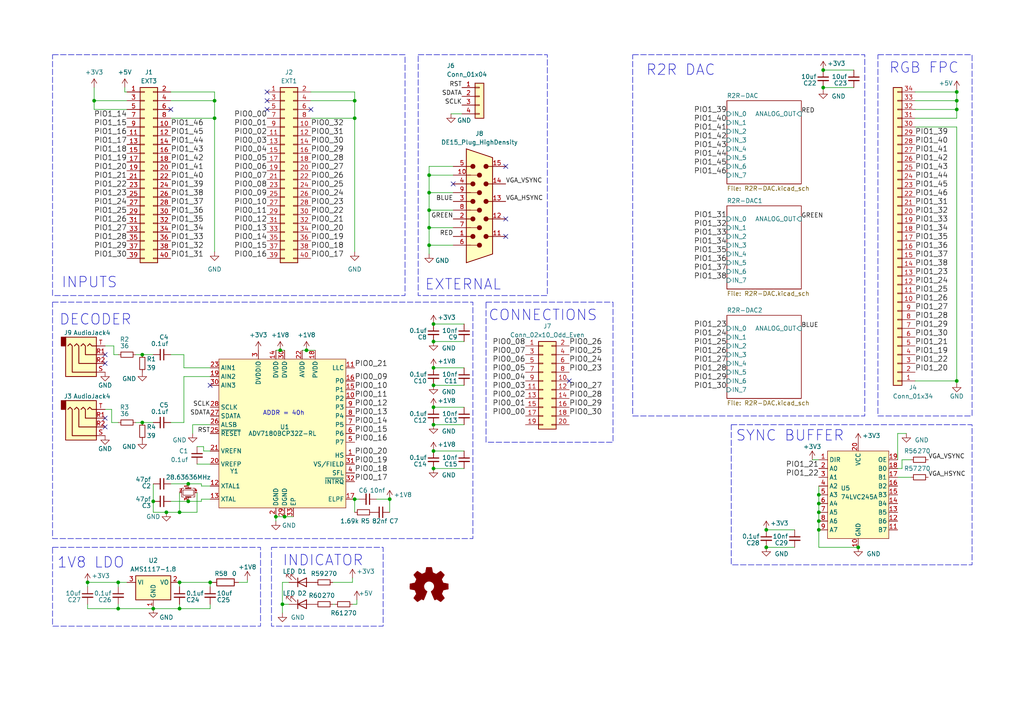
<source format=kicad_sch>
(kicad_sch (version 20230121) (generator eeschema)
  (paper "A4")
  (junction (at 25.4 168.91))
  (junction (at 44.45 176.53))
  (junction (at 54.61 145.415))
  (junction (at 27.305 29.21))
  (junction (at 277.495 31.75))
  (junction (at 125.73 111.76))
  (junction (at 277.495 26.67))
  (junction (at 34.29 176.53))
  (junction (at 124.46 50.8))
  (junction (at 125.73 135.89))
  (junction (at 102.87 29.21))
  (junction (at 237.49 151.13))
  (junction (at 125.73 123.19))
  (junction (at 125.73 93.98))
  (junction (at 124.46 55.88))
  (junction (at 125.73 130.81))
  (junction (at 238.76 25.4))
  (junction (at 44.45 145.415))
  (junction (at 237.49 148.59))
  (junction (at 102.87 144.78))
  (junction (at 124.46 66.04))
  (junction (at 80.01 149.86))
  (junction (at 88.9 101.6))
  (junction (at 277.495 29.21))
  (junction (at 125.73 118.11))
  (junction (at 124.46 71.12))
  (junction (at 238.76 20.32))
  (junction (at 124.46 60.96))
  (junction (at 102.87 34.29))
  (junction (at 62.23 29.21))
  (junction (at 125.73 106.68))
  (junction (at 222.25 153.67))
  (junction (at 52.07 176.53))
  (junction (at 34.29 168.91))
  (junction (at 81.28 101.6))
  (junction (at 113.03 144.78))
  (junction (at 237.49 146.05))
  (junction (at 237.49 143.51))
  (junction (at 41.275 122.555))
  (junction (at 62.23 34.29))
  (junction (at 277.495 110.49))
  (junction (at 54.61 140.335))
  (junction (at 237.49 153.67))
  (junction (at 48.26 148.59))
  (junction (at 60.96 168.91))
  (junction (at 81.915 175.26))
  (junction (at 222.25 158.75))
  (junction (at 41.275 102.87))
  (junction (at 52.07 148.59))
  (junction (at 52.07 168.91))
  (junction (at 248.92 158.75))
  (junction (at 82.55 149.86))
  (junction (at 125.73 99.06))
  (no_connect (at 131.445 53.34))
  (no_connect (at 77.47 31.75))
  (no_connect (at 30.48 123.825))
  (no_connect (at 146.685 48.26))
  (no_connect (at 146.685 63.5))
  (no_connect (at 60.96 111.76))
  (no_connect (at 30.48 105.41))
  (no_connect (at 165.1 110.49))
  (no_connect (at 77.47 26.67))
  (no_connect (at 30.48 121.285))
  (no_connect (at 90.17 31.75))
  (no_connect (at 49.53 31.75))
  (no_connect (at 77.47 29.21))
  (no_connect (at 30.48 102.87))
  (no_connect (at 146.685 68.58))
  (wire (pts (xy 237.49 151.13) (xy 237.49 153.67)))
  (wire (pts (xy 277.495 29.21) (xy 277.495 26.67)))
  (wire (pts (xy 81.28 101.6) (xy 82.55 101.6)))
  (wire (pts (xy 235.585 133.35) (xy 237.49 133.35)))
  (wire (pts (xy 277.495 110.49) (xy 277.495 111.125)))
  (wire (pts (xy 265.43 26.67) (xy 277.495 26.67)))
  (wire (pts (xy 34.29 175.26) (xy 34.29 176.53)))
  (wire (pts (xy 277.495 34.29) (xy 277.495 31.75)))
  (wire (pts (xy 125.73 135.89) (xy 134.62 135.89)))
  (wire (pts (xy 27.305 29.21) (xy 27.305 25.4)))
  (wire (pts (xy 237.49 146.05) (xy 237.49 148.59)))
  (wire (pts (xy 90.17 34.29) (xy 102.87 34.29)))
  (wire (pts (xy 54.61 145.415) (xy 58.42 145.415)))
  (wire (pts (xy 260.35 138.43) (xy 264.16 138.43)))
  (wire (pts (xy 44.45 148.59) (xy 44.45 145.415)))
  (wire (pts (xy 124.46 55.88) (xy 131.445 55.88)))
  (wire (pts (xy 96.52 168.91) (xy 102.235 168.91)))
  (wire (pts (xy 58.42 140.335) (xy 58.42 140.97)))
  (wire (pts (xy 59.055 130.81) (xy 59.055 129.54)))
  (wire (pts (xy 48.26 148.59) (xy 52.07 148.59)))
  (wire (pts (xy 238.76 25.4) (xy 247.65 25.4)))
  (wire (pts (xy 44.45 140.335) (xy 44.45 145.415)))
  (wire (pts (xy 124.46 50.8) (xy 131.445 50.8)))
  (wire (pts (xy 58.42 140.97) (xy 60.96 140.97)))
  (wire (pts (xy 49.53 34.29) (xy 62.23 34.29)))
  (wire (pts (xy 52.07 176.53) (xy 60.96 176.53)))
  (wire (pts (xy 60.96 176.53) (xy 60.96 175.26)))
  (wire (pts (xy 25.4 176.53) (xy 34.29 176.53)))
  (wire (pts (xy 102.87 144.78) (xy 104.14 144.78)))
  (wire (pts (xy 102.87 73.025) (xy 102.87 34.29)))
  (wire (pts (xy 71.755 168.275) (xy 71.755 168.91)))
  (wire (pts (xy 25.4 175.26) (xy 25.4 176.53)))
  (wire (pts (xy 130.81 33.02) (xy 133.985 33.02)))
  (wire (pts (xy 41.275 122.555) (xy 44.45 122.555)))
  (wire (pts (xy 96.52 175.26) (xy 97.155 175.26)))
  (wire (pts (xy 48.26 148.59) (xy 44.45 148.59)))
  (wire (pts (xy 88.9 101.6) (xy 91.44 101.6)))
  (wire (pts (xy 49.53 145.415) (xy 54.61 145.415)))
  (wire (pts (xy 125.73 106.68) (xy 134.62 106.68)))
  (wire (pts (xy 55.88 123.19) (xy 60.96 123.19)))
  (wire (pts (xy 238.76 20.32) (xy 247.65 20.32)))
  (wire (pts (xy 52.07 175.26) (xy 52.07 176.53)))
  (wire (pts (xy 265.43 29.21) (xy 277.495 29.21)))
  (wire (pts (xy 277.495 36.83) (xy 277.495 110.49)))
  (wire (pts (xy 62.23 73.025) (xy 62.23 34.29)))
  (wire (pts (xy 39.37 122.555) (xy 41.275 122.555)))
  (wire (pts (xy 88.9 101.6) (xy 87.63 101.6)))
  (wire (pts (xy 81.915 168.91) (xy 81.915 175.26)))
  (wire (pts (xy 124.46 48.26) (xy 124.46 50.8)))
  (wire (pts (xy 238.76 25.4) (xy 238.76 26.035)))
  (wire (pts (xy 81.915 175.26) (xy 81.915 177.8)))
  (wire (pts (xy 124.46 50.8) (xy 124.46 55.88)))
  (wire (pts (xy 52.07 142.875) (xy 52.07 148.59)))
  (wire (pts (xy 113.03 144.78) (xy 113.03 148.59)))
  (wire (pts (xy 125.73 111.76) (xy 134.62 111.76)))
  (wire (pts (xy 49.53 140.335) (xy 54.61 140.335)))
  (wire (pts (xy 102.87 26.67) (xy 90.17 26.67)))
  (wire (pts (xy 59.055 129.54) (xy 57.15 129.54)))
  (wire (pts (xy 60.96 109.22) (xy 53.34 109.22)))
  (wire (pts (xy 49.53 29.21) (xy 62.23 29.21)))
  (wire (pts (xy 36.195 25.4) (xy 36.195 26.67)))
  (wire (pts (xy 36.83 31.75) (xy 27.305 31.75)))
  (wire (pts (xy 125.73 130.81) (xy 134.62 130.81)))
  (wire (pts (xy 277.495 26.67) (xy 277.495 26.035)))
  (wire (pts (xy 265.43 31.75) (xy 277.495 31.75)))
  (wire (pts (xy 125.73 93.98) (xy 134.62 93.98)))
  (wire (pts (xy 124.46 66.04) (xy 131.445 66.04)))
  (wire (pts (xy 83.82 168.91) (xy 81.915 168.91)))
  (wire (pts (xy 53.34 102.87) (xy 53.34 106.68)))
  (wire (pts (xy 62.23 26.67) (xy 49.53 26.67)))
  (wire (pts (xy 261.62 135.89) (xy 261.62 133.35)))
  (wire (pts (xy 222.25 158.75) (xy 230.505 158.75)))
  (wire (pts (xy 62.23 29.21) (xy 62.23 26.67)))
  (wire (pts (xy 30.48 100.33) (xy 33.02 100.33)))
  (wire (pts (xy 260.35 125.73) (xy 262.89 125.73)))
  (wire (pts (xy 125.73 99.06) (xy 134.62 99.06)))
  (wire (pts (xy 57.15 134.62) (xy 60.96 134.62)))
  (wire (pts (xy 131.445 71.12) (xy 124.46 71.12)))
  (wire (pts (xy 260.35 125.73) (xy 260.35 133.35)))
  (wire (pts (xy 34.29 176.53) (xy 44.45 176.53)))
  (wire (pts (xy 32.385 122.555) (xy 34.29 122.555)))
  (wire (pts (xy 260.35 135.89) (xy 261.62 135.89)))
  (wire (pts (xy 52.07 168.91) (xy 60.96 168.91)))
  (wire (pts (xy 33.02 102.87) (xy 34.29 102.87)))
  (wire (pts (xy 102.87 34.29) (xy 102.87 29.21)))
  (wire (pts (xy 261.62 133.35) (xy 264.16 133.35)))
  (wire (pts (xy 102.87 29.21) (xy 102.87 26.67)))
  (wire (pts (xy 25.4 168.91) (xy 25.4 170.18)))
  (wire (pts (xy 237.49 140.97) (xy 237.49 143.51)))
  (wire (pts (xy 124.46 71.12) (xy 124.46 73.66)))
  (wire (pts (xy 81.28 101.6) (xy 80.01 101.6)))
  (wire (pts (xy 125.73 123.19) (xy 134.62 123.19)))
  (wire (pts (xy 36.83 168.91) (xy 34.29 168.91)))
  (wire (pts (xy 60.96 168.91) (xy 61.595 168.91)))
  (wire (pts (xy 53.34 122.555) (xy 49.53 122.555)))
  (wire (pts (xy 265.43 36.83) (xy 277.495 36.83)))
  (wire (pts (xy 109.22 144.78) (xy 113.03 144.78)))
  (wire (pts (xy 237.49 153.67) (xy 237.49 158.75)))
  (wire (pts (xy 277.495 31.75) (xy 277.495 29.21)))
  (wire (pts (xy 34.29 168.91) (xy 34.29 170.18)))
  (wire (pts (xy 27.305 29.21) (xy 36.83 29.21)))
  (wire (pts (xy 237.49 143.51) (xy 237.49 146.05)))
  (wire (pts (xy 60.96 130.81) (xy 59.055 130.81)))
  (wire (pts (xy 124.46 66.04) (xy 124.46 71.12)))
  (wire (pts (xy 102.235 168.91) (xy 102.235 167.64)))
  (wire (pts (xy 53.34 106.68) (xy 60.96 106.68)))
  (wire (pts (xy 102.235 175.26) (xy 103.505 175.26)))
  (wire (pts (xy 39.37 102.87) (xy 41.275 102.87)))
  (wire (pts (xy 52.07 176.53) (xy 44.45 176.53)))
  (wire (pts (xy 49.53 102.87) (xy 53.34 102.87)))
  (wire (pts (xy 222.25 153.67) (xy 230.505 153.67)))
  (wire (pts (xy 32.385 118.745) (xy 32.385 122.555)))
  (wire (pts (xy 41.275 102.87) (xy 44.45 102.87)))
  (wire (pts (xy 125.73 118.11) (xy 134.62 118.11)))
  (wire (pts (xy 124.46 60.96) (xy 124.46 66.04)))
  (wire (pts (xy 36.195 26.67) (xy 36.83 26.67)))
  (wire (pts (xy 57.15 142.875) (xy 57.15 148.59)))
  (wire (pts (xy 54.61 140.335) (xy 58.42 140.335)))
  (wire (pts (xy 69.215 168.91) (xy 71.755 168.91)))
  (wire (pts (xy 52.07 170.18) (xy 52.07 168.91)))
  (wire (pts (xy 90.17 29.21) (xy 102.87 29.21)))
  (wire (pts (xy 124.46 60.96) (xy 131.445 60.96)))
  (wire (pts (xy 30.48 118.745) (xy 32.385 118.745)))
  (wire (pts (xy 60.96 170.18) (xy 60.96 168.91)))
  (wire (pts (xy 80.01 149.86) (xy 80.01 151.13)))
  (wire (pts (xy 34.29 168.91) (xy 25.4 168.91)))
  (wire (pts (xy 62.23 34.29) (xy 62.23 29.21)))
  (wire (pts (xy 85.09 149.86) (xy 82.55 149.86)))
  (wire (pts (xy 82.55 149.86) (xy 80.01 149.86)))
  (wire (pts (xy 102.87 148.59) (xy 102.87 144.78)))
  (wire (pts (xy 57.15 148.59) (xy 52.07 148.59)))
  (wire (pts (xy 58.42 145.415) (xy 58.42 144.78)))
  (wire (pts (xy 58.42 144.78) (xy 60.96 144.78)))
  (wire (pts (xy 237.49 148.59) (xy 237.49 151.13)))
  (wire (pts (xy 237.49 158.75) (xy 248.92 158.75)))
  (wire (pts (xy 83.82 175.26) (xy 81.915 175.26)))
  (wire (pts (xy 33.02 100.33) (xy 33.02 102.87)))
  (wire (pts (xy 131.445 48.26) (xy 124.46 48.26)))
  (wire (pts (xy 265.43 110.49) (xy 277.495 110.49)))
  (wire (pts (xy 265.43 34.29) (xy 277.495 34.29)))
  (wire (pts (xy 53.34 109.22) (xy 53.34 122.555)))
  (wire (pts (xy 55.88 125.73) (xy 55.88 123.19)))
  (wire (pts (xy 103.505 175.26) (xy 103.505 173.99)))
  (wire (pts (xy 124.46 55.88) (xy 124.46 60.96)))
  (wire (pts (xy 27.305 31.75) (xy 27.305 29.21)))
  (rectangle (start 15.24 87.63) (end 137.16 156.21) (stroke (width 0) (type dash)))
  (rectangle (start 121.285 15.875) (end 158.75 85.725) (stroke (width 0) (type dash)))
  (rectangle (start 15.24 15.875) (end 117.475 85.725) (stroke (width 0) (type dash)))
  (rectangle (start 212.09 123.19) (end 281.94 163.83) (stroke (width 0) (type dash)))
  (rectangle (start 15.24 158.75) (end 75.565 181.61) (stroke (width 0) (type dash)))
  (rectangle (start 254.635 15.875) (end 281.94 120.65) (stroke (width 0) (type dash)))
  (rectangle (start 183.515 15.875) (end 250.825 120.65) (stroke (width 0) (type dash)))
  (rectangle (start 140.97 87.63) (end 177.8 128.27) (stroke (width 0) (type dash)))
  (rectangle (start 78.74 158.75) (end 111.125 181.61) (stroke (width 0) (type dash)))
  (text "EXTERNAL" (at 123.19 84.455 0) (effects (font (size 3.048 3.048)) (justify left bottom)))
  (text "1V8 LDO" (at 16.51 165.1 0) (effects (font (size 3.048 3.048)) (justify left bottom)))
  (text "R2R DAC" (at 187.325 22.225 0) (effects (font (size 3.048 3.048)) (justify left bottom)))
  (text "ADDR = 40h" (at 76.2 120.65 0) (effects (font (size 1.27 1.27)) (justify left bottom)))
  (text "RGB FPC" (at 257.81 21.59 0) (effects (font (size 3.048 3.048)) (justify left bottom)))
  (text "DECODER" (at 17.145 94.615 0) (effects (font (size 3.048 3.048)) (justify left bottom)))
  (text "INPUTS" (at 17.78 83.82 0) (effects (font (size 3.048 3.048)) (justify left bottom)))
  (text "CONNECTIONS" (at 141.605 93.345 0) (effects (font (size 3.048 3.048)) (justify left bottom)))
  (text "SYNC BUFFER" (at 213.36 128.27 0) (effects (font (size 3.048 3.048)) (justify left bottom)))
  (text "INDICATOR" (at 81.915 164.465 0) (effects (font (size 3.048 3.048)) (justify left bottom)))
  (label "PIO1_29" (at 265.43 95.25 0) (effects (font (size 1.524 1.524))))
  (label "PIO0_28" (at 90.17 46.99 0) (effects (font (size 1.524 1.524))))
  (label "PIO1_31" (at 265.43 59.69 0) (effects (font (size 1.524 1.524))))
  (label "PIO0_14" (at 77.47 69.85 180) (effects (font (size 1.524 1.524))))
  (label "PIO0_18" (at 102.87 137.16 0) (effects (font (size 1.524 1.524))))
  (label "PIO1_24" (at 210.82 97.79 180) (effects (font (size 1.524 1.524))))
  (label "PIO0_20" (at 90.17 67.31 0) (effects (font (size 1.524 1.524))))
  (label "PIO1_39" (at 49.53 54.61 0) (effects (font (size 1.524 1.524))))
  (label "PIO0_31" (at 90.17 39.37 0) (effects (font (size 1.524 1.524))))
  (label "PIO0_24" (at 165.1 105.41 0) (effects (font (size 1.524 1.524))))
  (label "PIO0_23" (at 165.1 107.95 0) (effects (font (size 1.524 1.524))))
  (label "PIO0_00" (at 77.47 34.29 180) (effects (font (size 1.524 1.524))))
  (label "PIO1_30" (at 36.83 74.93 180) (effects (font (size 1.524 1.524))))
  (label "SCLK" (at 133.985 30.48 180))
  (label "PIO0_03" (at 77.47 41.91 180) (effects (font (size 1.524 1.524))))
  (label "PIO1_21" (at 237.49 135.89 180) (effects (font (size 1.524 1.524))))
  (label "PIO1_29" (at 210.82 110.49 180) (effects (font (size 1.524 1.524))))
  (label "PIO0_30" (at 165.1 120.65 0) (effects (font (size 1.524 1.524))))
  (label "PIO0_00" (at 152.4 120.65 180) (effects (font (size 1.524 1.524))))
  (label "BLUE" (at 232.41 95.25 0))
  (label "VGA_VSYNC" (at 146.685 53.34 0))
  (label "PIO1_17" (at 36.83 41.91 180) (effects (font (size 1.524 1.524))))
  (label "PIO1_37" (at 49.53 59.69 0) (effects (font (size 1.524 1.524))))
  (label "PIO1_41" (at 210.82 38.1 180) (effects (font (size 1.524 1.524))))
  (label "PIO0_10" (at 102.87 113.03 0) (effects (font (size 1.524 1.524))))
  (label "PIO1_25" (at 36.83 62.23 180) (effects (font (size 1.524 1.524))))
  (label "PIO1_23" (at 265.43 80.01 0) (effects (font (size 1.524 1.524))))
  (label "PIO0_13" (at 77.47 67.31 180) (effects (font (size 1.524 1.524))))
  (label "SCLK" (at 60.96 118.11 180))
  (label "PIO0_28" (at 165.1 115.57 0) (effects (font (size 1.524 1.524))))
  (label "PIO1_35" (at 265.43 69.85 0) (effects (font (size 1.524 1.524))))
  (label "PIO0_10" (at 77.47 59.69 180) (effects (font (size 1.524 1.524))))
  (label "PIO1_39" (at 265.43 39.37 0) (effects (font (size 1.524 1.524))))
  (label "PIO1_26" (at 210.82 102.87 180) (effects (font (size 1.524 1.524))))
  (label "PIO1_33" (at 210.82 68.58 180) (effects (font (size 1.524 1.524))))
  (label "PIO1_31" (at 49.53 74.93 0) (effects (font (size 1.524 1.524))))
  (label "PIO0_19" (at 102.87 134.62 0) (effects (font (size 1.524 1.524))))
  (label "PIO0_04" (at 152.4 110.49 180) (effects (font (size 1.524 1.524))))
  (label "PIO1_44" (at 210.82 45.72 180) (effects (font (size 1.524 1.524))))
  (label "PIO1_38" (at 210.82 81.28 180) (effects (font (size 1.524 1.524))))
  (label "PIO1_42" (at 265.43 46.99 0) (effects (font (size 1.524 1.524))))
  (label "PIO0_18" (at 90.17 72.39 0) (effects (font (size 1.524 1.524))))
  (label "PIO0_32" (at 90.17 36.83 0) (effects (font (size 1.524 1.524))))
  (label "PIO0_22" (at 90.17 62.23 0) (effects (font (size 1.524 1.524))))
  (label "PIO1_19" (at 265.43 102.87 0) (effects (font (size 1.524 1.524))))
  (label "PIO0_11" (at 102.87 115.57 0) (effects (font (size 1.524 1.524))))
  (label "PIO1_21" (at 265.43 100.33 0) (effects (font (size 1.524 1.524))))
  (label "PIO1_26" (at 36.83 64.77 180) (effects (font (size 1.524 1.524))))
  (label "PIO0_25" (at 165.1 102.87 0) (effects (font (size 1.524 1.524))))
  (label "PIO1_27" (at 265.43 90.17 0) (effects (font (size 1.524 1.524))))
  (label "PIO0_05" (at 77.47 46.99 180) (effects (font (size 1.524 1.524))))
  (label "PIO1_28" (at 265.43 92.71 0) (effects (font (size 1.524 1.524))))
  (label "RED" (at 131.445 68.58 180))
  (label "PIO0_02" (at 77.47 39.37 180) (effects (font (size 1.524 1.524))))
  (label "PIO1_38" (at 265.43 77.47 0) (effects (font (size 1.524 1.524))))
  (label "PIO1_45" (at 49.53 39.37 0) (effects (font (size 1.524 1.524))))
  (label "PIO1_41" (at 265.43 44.45 0) (effects (font (size 1.524 1.524))))
  (label "PIO0_25" (at 90.17 54.61 0) (effects (font (size 1.524 1.524))))
  (label "PIO1_36" (at 49.53 62.23 0) (effects (font (size 1.524 1.524))))
  (label "PIO1_43" (at 265.43 49.53 0) (effects (font (size 1.524 1.524))))
  (label "PIO1_31" (at 210.82 63.5 180) (effects (font (size 1.524 1.524))))
  (label "PIO1_33" (at 265.43 64.77 0) (effects (font (size 1.524 1.524))))
  (label "PIO0_26" (at 165.1 100.33 0) (effects (font (size 1.524 1.524))))
  (label "PIO1_32" (at 210.82 66.04 180) (effects (font (size 1.524 1.524))))
  (label "PIO0_04" (at 77.47 44.45 180) (effects (font (size 1.524 1.524))))
  (label "PIO1_36" (at 210.82 76.2 180) (effects (font (size 1.524 1.524))))
  (label "PIO1_43" (at 49.53 44.45 0) (effects (font (size 1.524 1.524))))
  (label "PIO1_37" (at 210.82 78.74 180) (effects (font (size 1.524 1.524))))
  (label "VGA_VSYNC" (at 269.24 133.35 0))
  (label "PIO1_32" (at 49.53 72.39 0) (effects (font (size 1.524 1.524))))
  (label "PIO1_21" (at 36.83 52.07 180) (effects (font (size 1.524 1.524))))
  (label "PIO1_35" (at 49.53 64.77 0) (effects (font (size 1.524 1.524))))
  (label "PIO0_17" (at 90.17 74.93 0) (effects (font (size 1.524 1.524))))
  (label "PIO1_43" (at 210.82 43.18 180) (effects (font (size 1.524 1.524))))
  (label "PIO0_07" (at 152.4 102.87 180) (effects (font (size 1.524 1.524))))
  (label "PIO0_20" (at 102.87 132.08 0) (effects (font (size 1.524 1.524))))
  (label "PIO0_15" (at 102.87 125.73 0) (effects (font (size 1.524 1.524))))
  (label "PIO1_27" (at 210.82 105.41 180) (effects (font (size 1.524 1.524))))
  (label "PIO0_11" (at 77.47 62.23 180) (effects (font (size 1.524 1.524))))
  (label "PIO1_34" (at 210.82 71.12 180) (effects (font (size 1.524 1.524))))
  (label "PIO1_23" (at 210.82 95.25 180) (effects (font (size 1.524 1.524))))
  (label "PIO0_16" (at 102.87 128.27 0) (effects (font (size 1.524 1.524))))
  (label "PIO1_41" (at 49.53 49.53 0) (effects (font (size 1.524 1.524))))
  (label "VGA_HSYNC" (at 269.24 138.43 0))
  (label "PIO1_25" (at 265.43 85.09 0) (effects (font (size 1.524 1.524))))
  (label "PIO0_13" (at 102.87 120.65 0) (effects (font (size 1.524 1.524))))
  (label "PIO1_22" (at 237.49 138.43 180) (effects (font (size 1.524 1.524))))
  (label "SDATA" (at 133.985 27.94 180))
  (label "PIO0_21" (at 102.87 106.68 0) (effects (font (size 1.524 1.524))))
  (label "PIO0_01" (at 77.47 36.83 180) (effects (font (size 1.524 1.524))))
  (label "PIO0_05" (at 152.4 107.95 180) (effects (font (size 1.524 1.524))))
  (label "PIO1_35" (at 210.82 73.66 180) (effects (font (size 1.524 1.524))))
  (label "PIO1_30" (at 265.43 97.79 0) (effects (font (size 1.524 1.524))))
  (label "PIO1_44" (at 265.43 52.07 0) (effects (font (size 1.524 1.524))))
  (label "PIO1_22" (at 36.83 54.61 180) (effects (font (size 1.524 1.524))))
  (label "PIO1_46" (at 265.43 57.15 0) (effects (font (size 1.524 1.524))))
  (label "PIO0_26" (at 90.17 52.07 0) (effects (font (size 1.524 1.524))))
  (label "RST" (at 133.985 25.4 180))
  (label "PIO0_21" (at 90.17 64.77 0) (effects (font (size 1.524 1.524))))
  (label "GREEN" (at 232.41 63.5 0))
  (label "PIO1_45" (at 210.82 48.26 180) (effects (font (size 1.524 1.524))))
  (label "PIO1_32" (at 265.43 62.23 0) (effects (font (size 1.524 1.524))))
  (label "BLUE" (at 131.445 58.42 180))
  (label "PIO0_29" (at 165.1 118.11 0) (effects (font (size 1.524 1.524))))
  (label "PIO0_03" (at 152.4 113.03 180) (effects (font (size 1.524 1.524))))
  (label "PIO1_28" (at 36.83 69.85 180) (effects (font (size 1.524 1.524))))
  (label "PIO0_09" (at 77.47 57.15 180) (effects (font (size 1.524 1.524))))
  (label "PIO1_36" (at 265.43 72.39 0) (effects (font (size 1.524 1.524))))
  (label "PIO0_06" (at 152.4 105.41 180) (effects (font (size 1.524 1.524))))
  (label "PIO1_27" (at 36.83 67.31 180) (effects (font (size 1.524 1.524))))
  (label "PIO1_44" (at 49.53 41.91 0) (effects (font (size 1.524 1.524))))
  (label "PIO1_25" (at 210.82 100.33 180) (effects (font (size 1.524 1.524))))
  (label "PIO1_33" (at 49.53 69.85 0) (effects (font (size 1.524 1.524))))
  (label "PIO0_07" (at 77.47 52.07 180) (effects (font (size 1.524 1.524))))
  (label "PIO0_02" (at 152.4 115.57 180) (effects (font (size 1.524 1.524))))
  (label "GREEN" (at 131.445 63.5 180))
  (label "PIO0_06" (at 77.47 49.53 180) (effects (font (size 1.524 1.524))))
  (label "PIO0_12" (at 77.47 64.77 180) (effects (font (size 1.524 1.524))))
  (label "PIO0_16" (at 77.47 74.93 180) (effects (font (size 1.524 1.524))))
  (label "PIO0_09" (at 102.87 110.49 0) (effects (font (size 1.524 1.524))))
  (label "PIO1_20" (at 265.43 107.95 0) (effects (font (size 1.524 1.524))))
  (label "PIO1_42" (at 210.82 40.64 180) (effects (font (size 1.524 1.524))))
  (label "PIO0_24" (at 90.17 57.15 0) (effects (font (size 1.524 1.524))))
  (label "RED" (at 232.41 33.02 0))
  (label "PIO0_30" (at 90.17 41.91 0) (effects (font (size 1.524 1.524))))
  (label "PIO0_29" (at 90.17 44.45 0) (effects (font (size 1.524 1.524))))
  (label "PIO1_40" (at 265.43 41.91 0) (effects (font (size 1.524 1.524))))
  (label "SDATA" (at 60.96 120.65 180))
  (label "PIO0_08" (at 152.4 100.33 180) (effects (font (size 1.524 1.524))))
  (label "PIO1_42" (at 49.53 46.99 0) (effects (font (size 1.524 1.524))))
  (label "PIO0_27" (at 165.1 113.03 0) (effects (font (size 1.524 1.524))))
  (label "PIO1_18" (at 36.83 44.45 180) (effects (font (size 1.524 1.524))))
  (label "PIO1_26" (at 265.43 87.63 0) (effects (font (size 1.524 1.524))))
  (label "RST" (at 60.96 125.73 180))
  (label "PIO1_19" (at 36.83 46.99 180) (effects (font (size 1.524 1.524))))
  (label "PIO1_14" (at 36.83 34.29 180) (effects (font (size 1.524 1.524))))
  (label "PIO1_23" (at 36.83 57.15 180) (effects (font (size 1.524 1.524))))
  (label "PIO1_22" (at 265.43 105.41 0) (effects (font (size 1.524 1.524))))
  (label "PIO1_39" (at 210.82 33.02 180) (effects (font (size 1.524 1.524))))
  (label "PIO1_15" (at 36.83 36.83 180) (effects (font (size 1.524 1.524))))
  (label "PIO1_34" (at 265.43 67.31 0) (effects (font (size 1.524 1.524))))
  (label "PIO1_29" (at 36.83 72.39 180) (effects (font (size 1.524 1.524))))
  (label "PIO0_14" (at 102.87 123.19 0) (effects (font (size 1.524 1.524))))
  (label "PIO0_12" (at 102.87 118.11 0) (effects (font (size 1.524 1.524))))
  (label "PIO1_16" (at 36.83 39.37 180) (effects (font (size 1.524 1.524))))
  (label "PIO1_45" (at 265.43 54.61 0) (effects (font (size 1.524 1.524))))
  (label "PIO0_17" (at 102.87 139.7 0) (effects (font (size 1.524 1.524))))
  (label "PIO1_38" (at 49.53 57.15 0) (effects (font (size 1.524 1.524))))
  (label "PIO0_27" (at 90.17 49.53 0) (effects (font (size 1.524 1.524))))
  (label "PIO1_24" (at 265.43 82.55 0) (effects (font (size 1.524 1.524))))
  (label "PIO1_40" (at 210.82 35.56 180) (effects (font (size 1.524 1.524))))
  (label "PIO1_46" (at 49.53 36.83 0) (effects (font (size 1.524 1.524))))
  (label "PIO0_19" (at 90.17 69.85 0) (effects (font (size 1.524 1.524))))
  (label "VGA_HSYNC" (at 146.685 58.42 0))
  (label "PIO1_40" (at 49.53 52.07 0) (effects (font (size 1.524 1.524))))
  (label "PIO1_46" (at 210.82 50.8 180) (effects (font (size 1.524 1.524))))
  (label "PIO1_28" (at 210.82 107.95 180) (effects (font (size 1.524 1.524))))
  (label "PIO1_37" (at 265.43 74.93 0) (effects (font (size 1.524 1.524))))
  (label "PIO1_20" (at 36.83 49.53 180) (effects (font (size 1.524 1.524))))
  (label "PIO0_23" (at 90.17 59.69 0) (effects (font (size 1.524 1.524))))
  (label "PIO1_34" (at 49.53 67.31 0) (effects (font (size 1.524 1.524))))
  (label "PIO1_24" (at 36.83 59.69 180) (effects (font (size 1.524 1.524))))
  (label "PIO0_01" (at 152.4 118.11 180) (effects (font (size 1.524 1.524))))
  (label "PIO0_15" (at 77.47 72.39 180) (effects (font (size 1.524 1.524))))
  (label "PIO1_30" (at 210.82 113.03 180) (effects (font (size 1.524 1.524))))
  (label "PIO0_08" (at 77.47 54.61 180) (effects (font (size 1.524 1.524))))
  (symbol (lib_id "Device:C_Small") (at 46.99 145.415 270) (unit 1)
    (property "Reference" "C3" (at 43.815 146.685 90) (effects (justify right)))
    (property "Value" "47pf" (at 43.815 144.78 90) (effects (justify right)))
    (property "Footprint" "Capacitor_SMD:C_0603_1608Metric" (effects hide))
  )
  (symbol (lib_id "Device:C_Small") (at 125.73 133.35 0) (unit 1)
    (property "Reference" "C14" (at 123.825 134.62 0) (effects (justify right)))
    (property "Value" "0.1uf" (at 123.825 132.715 0) (effects (justify right)))
    (property "Footprint" "Capacitor_SMD:C_0603_1608Metric" (effects hide))
  )
  (symbol (lib_id "Device:R_Small") (at 266.7 133.35 90) (unit 1)
    (property "Reference" "R56" (at 264.16 130.81 90))
    (property "Value" "270" (at 267.97 130.81 90))
    (property "Footprint" "Resistor_SMD:R_0603_1608Metric" (effects hide))
  )
  (symbol (lib_id "Connector_Generic:Conn_02x10_Odd_Even") (at 157.48 110.49 0) (unit 1)
    (property "Reference" "J7" (at 158.75 94.615 0))
    (property "Value" "Conn_02x10_Odd_Even" (at 158.75 97.155 0))
    (property "Footprint" "Connector_PinHeader_1.27mm:PinHeader_2x10_P1.27mm_Vertical_SMD" (effects hide))
  )
  (symbol (lib_name "+5V_1") (lib_id "power:+5V") (at 103.505 173.99 0) (mirror y) (unit 1)
    (property "Reference" "#PWR060" (effects hide))
    (property "Value" "+5V" (at 106.045 172.085 0))
  )
  (symbol (lib_id "Regulator_Linear:AMS1117-1.8") (at 44.45 168.91 0) (unit 1)
    (property "Reference" "U2" (at 44.45 162.56 0))
    (property "Value" "AMS1117-1.8" (at 44.45 165.1 0))
    (property "Footprint" "Package_TO_SOT_SMD:SOT-223-3_TabPin2" (effects hide))
    (property "Datasheet" "http://www.advanced-monolithic.com/pdf/ds1117.pdf" (effects hide))
  )
  (symbol (lib_id "power:+3V3") (at 25.4 168.91 0) (unit 1)
    (property "Reference" "#PWR048" (effects hide))
    (property "Value" "+3V3" (at 29.21 167.005 0))
  )
  (symbol (lib_id "Device:C_Small") (at 134.62 109.22 0) (unit 1)
    (property "Reference" "C11" (at 132.715 110.49 0) (effects (justify right)))
    (property "Value" "10nf" (at 132.715 108.585 0) (effects (justify right)))
    (property "Footprint" "Capacitor_SMD:C_0603_1608Metric" (effects hide))
  )
  (symbol (lib_id "Device:R_Small") (at 36.83 122.555 90) (unit 1)
    (property "Reference" "R3" (at 37.465 118.11 90) (effects (justify left)))
    (property "Value" "36" (at 37.465 120.015 90) (effects (justify left)))
    (property "Footprint" "Resistor_SMD:R_0603_1608Metric" (effects hide))
  )
  (symbol (lib_id "Device:R_Small") (at 266.7 138.43 90) (unit 1)
    (property "Reference" "R57" (at 264.16 135.89 90))
    (property "Value" "270" (at 267.97 135.89 90))
    (property "Footprint" "Resistor_SMD:R_0603_1608Metric" (effects hide))
  )
  (symbol (lib_id "power:+1V8") (at 113.03 144.78 0) (unit 1)
    (property "Reference" "#PWR016" (effects hide))
    (property "Value" "+1V8" (at 116.84 143.51 0))
  )
  (symbol (lib_id "power:+1V8") (at 125.73 118.11 0) (unit 1)
    (property "Reference" "#PWR021" (effects hide))
    (property "Value" "+1V8" (at 129.54 116.205 0))
  )
  (symbol (lib_id "Connector_Generic:Conn_01x04") (at 139.065 27.94 0) (unit 1)
    (property "Reference" "J6" (at 129.54 19.05 0) (effects (justify left)))
    (property "Value" "Conn_01x04" (at 129.54 21.59 0) (effects (justify left)))
    (property "Footprint" "Connector_PinHeader_2.54mm:PinHeader_1x04_P2.54mm_Vertical" (effects hide))
  )
  (symbol (lib_id "power:+1V8") (at 88.9 101.6 0) (unit 1)
    (property "Reference" "#PWR015" (effects hide))
    (property "Value" "+1V8" (at 88.9 97.155 0))
  )
  (symbol (lib_id "Device:C_Small") (at 230.505 156.21 0) (unit 1)
    (property "Reference" "C29" (at 228.6 157.48 0) (effects (justify right)))
    (property "Value" "10nf" (at 228.6 155.575 0) (effects (justify right)))
    (property "Footprint" "Capacitor_SMD:C_0603_1608Metric" (effects hide))
  )
  (symbol (lib_id "power:GND") (at 81.915 177.8 0) (unit 1)
    (property "Reference" "#PWR058" (effects hide))
    (property "Value" "GND" (at 86.36 179.07 0))
  )
  (symbol (lib_id "power:GND") (at 262.89 125.73 0) (unit 1)
    (property "Reference" "#PWR05" (effects hide))
    (property "Value" "GND" (at 267.335 127.635 0))
  )
  (symbol (lib_name "GND_1") (lib_id "power:GND") (at 277.495 111.125 0) (unit 1)
    (property "Reference" "#PWR030" (effects hide))
    (property "Value" "GND" (at 277.495 114.935 0))
  )
  (symbol (lib_id "Device:C_Small") (at 106.68 144.78 270) (unit 1)
    (property "Reference" "C6" (at 106.68 142.24 90) (effects (justify right)))
    (property "Value" "10nf" (at 111.76 142.24 90) (effects (justify right)))
    (property "Footprint" "Capacitor_SMD:C_0603_1608Metric" (effects hide))
  )
  (symbol (lib_id "power:GND") (at 125.73 111.76 0) (unit 1)
    (property "Reference" "#PWR020" (effects hide))
    (property "Value" "GND" (at 130.175 113.665 0))
  )
  (symbol (lib_id "power:+3V3") (at 102.235 167.64 0) (unit 1)
    (property "Reference" "#PWR059" (effects hide))
    (property "Value" "+3V3" (at 106.045 165.735 0))
  )
  (symbol (lib_id "power:+1V8") (at 125.73 106.68 0) (unit 1)
    (property "Reference" "#PWR019" (effects hide))
    (property "Value" "+1V8" (at 129.54 104.775 0))
  )
  (symbol (lib_id "Connector_Generic:Conn_02x20_Odd_Even") (at 41.91 49.53 0) (unit 1)
    (property "Reference" "J1" (at 43.18 20.955 0))
    (property "Value" "EXT3" (at 43.18 23.495 0))
    (property "Footprint" "Connector_PinSocket_1.27mm:PinSocket_2x20_P1.27mm_Vertical_SMD" (effects hide))
  )
  (symbol (lib_id "power:+3V3") (at 235.585 133.35 0) (unit 1)
    (property "Reference" "#PWR049" (effects hide))
    (property "Value" "+3V3" (at 235.585 129.54 0))
  )
  (symbol (lib_id "Device:R_Small") (at 41.275 105.41 0) (unit 1)
    (property "Reference" "R1" (at 42.545 104.14 0) (effects (justify left)))
    (property "Value" "39" (at 42.545 106.68 0) (effects (justify left)))
    (property "Footprint" "Resistor_SMD:R_0603_1608Metric" (effects hide))
  )
  (symbol (lib_id "power:+1V8") (at 71.755 168.275 0) (unit 1)
    (property "Reference" "#PWR046" (effects hide))
    (property "Value" "+1V8" (at 71.755 164.465 0))
  )
  (symbol (lib_id "power:GND") (at 55.88 125.73 0) (unit 1)
    (property "Reference" "#PWR025" (effects hide))
    (property "Value" "GND" (at 52.07 127.635 0))
  )
  (symbol (lib_id "Device:C_Small") (at 247.65 22.86 0) (unit 1)
    (property "Reference" "C23" (at 245.745 24.13 0) (effects (justify right)))
    (property "Value" "10uf" (at 245.745 22.225 0) (effects (justify right)))
    (property "Footprint" "Capacitor_SMD:C_0805_2012Metric" (effects hide))
  )
  (symbol (lib_id "power:GND") (at 125.73 123.19 0) (unit 1)
    (property "Reference" "#PWR022" (effects hide))
    (property "Value" "GND" (at 130.175 125.095 0))
  )
  (symbol (lib_id "power:+3V3") (at 74.93 101.6 0) (unit 1)
    (property "Reference" "#PWR013" (effects hide))
    (property "Value" "+3V3" (at 74.93 97.155 0))
  )
  (symbol (lib_id "power:+3V3") (at 238.76 20.32 0) (unit 1)
    (property "Reference" "#PWR042" (effects hide))
    (property "Value" "+3V3" (at 242.57 18.415 0))
  )
  (symbol (lib_id "Device:C_Small") (at 134.62 96.52 0) (unit 1)
    (property "Reference" "C9" (at 132.715 97.79 0) (effects (justify right)))
    (property "Value" "10nf" (at 132.715 95.885 0) (effects (justify right)))
    (property "Footprint" "Capacitor_SMD:C_0603_1608Metric" (effects hide))
  )
  (symbol (lib_id "Device:C_Small") (at 134.62 120.65 0) (unit 1)
    (property "Reference" "C13" (at 132.715 121.92 0) (effects (justify right)))
    (property "Value" "10nf" (at 132.715 120.015 0) (effects (justify right)))
    (property "Footprint" "Capacitor_SMD:C_0603_1608Metric" (effects hide))
  )
  (symbol (lib_id "Device:R_Small") (at 93.98 175.26 90) (unit 1)
    (property "Reference" "R60" (at 91.44 172.72 90))
    (property "Value" "270" (at 95.25 172.72 90))
    (property "Footprint" "Resistor_SMD:R_0603_1608Metric" (effects hide))
  )
  (symbol (lib_id "power:GND") (at 130.81 33.02 0) (unit 1)
    (property "Reference" "#PWR028" (effects hide))
    (property "Value" "GND" (at 134.62 34.925 0))
  )
  (symbol (lib_id "power:+3V3") (at 248.92 128.27 0) (unit 1)
    (property "Reference" "#PWR054" (effects hide))
    (property "Value" "+3V3" (at 252.73 126.365 0))
  )
  (symbol (lib_id "Device:C_Small") (at 110.49 148.59 270) (mirror x) (unit 1)
    (property "Reference" "C7" (at 115.57 151.13 90) (effects (justify right)))
    (property "Value" "82nf" (at 112.395 151.13 90) (effects (justify right)))
    (property "Footprint" "Capacitor_SMD:C_0603_1608Metric" (effects hide))
  )
  (symbol (lib_id "Device:R_Small") (at 41.275 125.095 0) (unit 1)
    (property "Reference" "R4" (at 42.545 123.825 0) (effects (justify left)))
    (property "Value" "39" (at 42.545 126.365 0) (effects (justify left)))
    (property "Footprint" "Resistor_SMD:R_0603_1608Metric" (effects hide))
  )
  (symbol (lib_id "Device:C_Small") (at 60.96 172.72 0) (mirror y) (unit 1)
    (property "Reference" "C25" (at 62.865 173.99 0) (effects (justify right)))
    (property "Value" "10uf" (at 62.865 172.085 0) (effects (justify right)))
    (property "Footprint" "Capacitor_SMD:C_0805_2012Metric" (effects hide))
  )
  (symbol (lib_id "Device:C_Small") (at 222.25 156.21 0) (unit 1)
    (property "Reference" "C28" (at 220.345 157.48 0) (effects (justify right)))
    (property "Value" "0.1uf" (at 220.345 155.575 0) (effects (justify right)))
    (property "Footprint" "Capacitor_SMD:C_0603_1608Metric" (effects hide))
  )
  (symbol (lib_id "power:+3V3") (at 27.305 25.4 0) (unit 1)
    (property "Reference" "#PWR02" (effects hide))
    (property "Value" "+3V3" (at 27.305 20.955 0))
  )
  (symbol (lib_id "Connector_Audio:AudioJack4") (at 25.4 123.825 0) (mirror x) (unit 1)
    (property "Reference" "J3" (at 19.685 114.935 0))
    (property "Value" "AudioJack4" (at 26.67 114.935 0))
    (property "Footprint" "Connector_Audio:Jack_3.5mm_KoreanHropartsElec_PJ-320D-4A_Horizontal" (effects hide))
  )
  (symbol (lib_id "Device:C_Small") (at 25.4 172.72 0) (unit 1)
    (property "Reference" "C27" (at 23.495 173.99 0) (effects (justify right)))
    (property "Value" "10uf" (at 23.495 172.085 0) (effects (justify right)))
    (property "Footprint" "Capacitor_SMD:C_0805_2012Metric" (effects hide))
  )
  (symbol (lib_id "power:+1V8") (at 81.28 101.6 0) (unit 1)
    (property "Reference" "#PWR014" (effects hide))
    (property "Value" "+1V8" (at 81.28 97.155 0))
  )
  (symbol (lib_id "Device:C_Small") (at 52.07 172.72 0) (mirror y) (unit 1)
    (property "Reference" "C24" (at 53.975 173.99 0) (effects (justify right)))
    (property "Value" "0.1uf" (at 53.975 172.085 0) (effects (justify right)))
    (property "Footprint" "Capacitor_SMD:C_0603_1608Metric" (effects hide))
  )
  (symbol (lib_id "Device:R") (at 65.405 168.91 90) (unit 1)
    (property "Reference" "R58" (at 64.135 166.37 90))
    (property "Value" "0" (at 67.945 166.37 90))
    (property "Footprint" "Resistor_SMD:R_1206_3216Metric" (effects hide))
  )
  (symbol (lib_id "Graphic:Logo_Open_Hardware_Small") (at 124.46 170.18 0) (unit 1) (in_bom no) (on_board no)
    (property "Reference" "#SYM1" (effects hide))
    (property "Value" "Logo_Open_Hardware_Small" (effects hide))
    (property "Sim.Enable" "0" (effects hide))
  )
  (symbol (lib_id "Device:C_Small") (at 46.99 122.555 270) (unit 1)
    (property "Reference" "C5" (at 48.895 117.475 90) (effects (justify right)))
    (property "Value" "0.1uf" (at 48.895 119.38 90) (effects (justify right)))
    (property "Footprint" "Capacitor_SMD:C_0603_1608Metric" (effects hide))
  )
  (symbol (lib_id "power:+3V3") (at 125.73 93.98 0) (unit 1)
    (property "Reference" "#PWR017" (effects hide))
    (property "Value" "+3V3" (at 129.54 92.075 0))
  )
  (symbol (lib_id "power:GND") (at 30.48 107.95 0) (mirror y) (unit 1)
    (property "Reference" "#PWR026" (effects hide))
    (property "Value" "GND" (at 30.48 111.76 0))
  )
  (symbol (lib_id "Device:C_Small") (at 46.99 140.335 270) (unit 1)
    (property "Reference" "C2" (at 43.815 140.97 90) (effects (justify right)))
    (property "Value" "47pf" (at 43.815 139.065 90) (effects (justify right)))
    (property "Footprint" "Capacitor_SMD:C_0603_1608Metric" (effects hide))
  )
  (symbol (lib_id "power:GND") (at 44.45 176.53 0) (unit 1)
    (property "Reference" "#PWR047" (effects hide))
    (property "Value" "GND" (at 48.26 179.07 0))
  )
  (symbol (lib_id "Device:C_Small") (at 46.99 102.87 270) (unit 1)
    (property "Reference" "C4" (at 48.895 97.79 90) (effects (justify right)))
    (property "Value" "0.1uf" (at 48.895 99.695 90) (effects (justify right)))
    (property "Footprint" "Capacitor_SMD:C_0603_1608Metric" (effects hide))
  )
  (symbol (lib_id "Connector_Generic:Conn_02x20_Odd_Even") (at 82.55 49.53 0) (unit 1)
    (property "Reference" "J2" (at 83.82 20.955 0))
    (property "Value" "EXT1" (at 83.82 23.495 0))
    (property "Footprint" "Connector_PinSocket_1.27mm:PinSocket_2x20_P1.27mm_Vertical_SMD" (effects hide))
  )
  (symbol (lib_id "Connector_Audio:AudioJack4") (at 25.4 105.41 0) (mirror x) (unit 1)
    (property "Reference" "J9" (at 19.685 96.52 0))
    (property "Value" "AudioJack4" (at 26.67 96.52 0))
    (property "Footprint" "Connector_Audio:Jack_3.5mm_KoreanHropartsElec_PJ-320D-4A_Horizontal" (effects hide))
  )
  (symbol (lib_id "power:GND") (at 41.275 127.635 0) (unit 1)
    (property "Reference" "#PWR012" (effects hide))
    (property "Value" "GND" (at 37.465 129.54 0))
  )
  (symbol (lib_id "power:GND") (at 62.23 73.025 0) (unit 1)
    (property "Reference" "#PWR03" (effects hide))
    (property "Value" "GND" (at 62.23 78.105 0))
  )
  (symbol (lib_id "Device:C_Small") (at 238.76 22.86 0) (unit 1)
    (property "Reference" "C22" (at 236.855 24.13 0) (effects (justify right)))
    (property "Value" "10uf" (at 236.855 22.225 0) (effects (justify right)))
    (property "Footprint" "Capacitor_SMD:C_0805_2012Metric" (effects hide))
  )
  (symbol (lib_id "power:GND") (at 102.87 73.025 0) (unit 1)
    (property "Reference" "#PWR06" (effects hide))
    (property "Value" "GND" (at 102.87 78.105 0))
  )
  (symbol (lib_id "Device:C_Small") (at 34.29 172.72 0) (unit 1)
    (property "Reference" "C26" (at 32.385 173.99 0) (effects (justify right)))
    (property "Value" "0.1uf" (at 32.385 172.085 0) (effects (justify right)))
    (property "Footprint" "Capacitor_SMD:C_0603_1608Metric" (effects hide))
  )
  (symbol (lib_id "Device:R_Small") (at 36.83 102.87 90) (unit 1)
    (property "Reference" "R2" (at 37.465 98.425 90) (effects (justify left)))
    (property "Value" "36" (at 37.465 100.33 90) (effects (justify left)))
    (property "Footprint" "Resistor_SMD:R_0603_1608Metric" (effects hide))
  )
  (symbol (lib_id "Device:LED") (at 87.63 175.26 0) (mirror x) (unit 1)
    (property "Reference" "D2" (at 87.63 172.085 0))
    (property "Value" "LED" (at 83.82 172.085 0))
    (property "Footprint" "LED_SMD:LED_0805_2012Metric" (effects hide))
  )
  (symbol (lib_id "Device:C_Small") (at 134.62 133.35 0) (unit 1)
    (property "Reference" "C15" (at 132.715 134.62 0) (effects (justify right)))
    (property "Value" "10nf" (at 132.715 132.715 0) (effects (justify right)))
    (property "Footprint" "Capacitor_SMD:C_0603_1608Metric" (effects hide))
  )
  (symbol (lib_id "Device:LED") (at 87.63 168.91 0) (mirror x) (unit 1)
    (property "Reference" "D1" (at 87.63 165.735 0))
    (property "Value" "LED" (at 83.82 165.735 0))
    (property "Footprint" "LED_SMD:LED_0805_2012Metric" (effects hide))
  )
  (symbol (lib_id "power:GND") (at 238.76 26.035 0) (unit 1)
    (property "Reference" "#PWR043" (effects hide))
    (property "Value" "GND" (at 243.205 27.94 0))
  )
  (symbol (lib_id "power:GND") (at 125.73 135.89 0) (unit 1)
    (property "Reference" "#PWR024" (effects hide))
    (property "Value" "GND" (at 130.175 137.795 0))
  )
  (symbol (lib_id "power:GND") (at 30.48 126.365 0) (mirror y) (unit 1)
    (property "Reference" "#PWR04" (effects hide))
    (property "Value" "GND" (at 30.48 130.175 0))
  )
  (symbol (lib_id "Device:R_Small") (at 105.41 148.59 90) (mirror x) (unit 1)
    (property "Reference" "R5" (at 107.315 151.13 90) (effects (justify left)))
    (property "Value" "1.69k" (at 104.14 151.13 90) (effects (justify left)))
    (property "Footprint" "Resistor_SMD:R_0603_1608Metric" (effects hide))
  )
  (symbol (lib_id "power:+5V") (at 36.195 25.4 0) (unit 1)
    (property "Reference" "#PWR01" (effects hide))
    (property "Value" "+5V" (at 36.195 20.955 0))
  )
  (symbol (lib_id "Device:C_Small") (at 125.73 120.65 0) (unit 1)
    (property "Reference" "C12" (at 123.825 121.92 0) (effects (justify right)))
    (property "Value" "0.1uf" (at 123.825 120.015 0) (effects (justify right)))
    (property "Footprint" "Capacitor_SMD:C_0603_1608Metric" (effects hide))
  )
  (symbol (lib_id "power:GND") (at 222.25 158.75 0) (unit 1)
    (property "Reference" "#PWR057" (effects hide))
    (property "Value" "GND" (at 226.695 160.655 0))
  )
  (symbol (lib_id "power:GND") (at 124.46 73.66 0) (unit 1)
    (property "Reference" "#PWR050" (effects hide))
    (property "Value" "GND" (at 128.27 75.565 0))
  )
  (symbol (lib_id "power:GND") (at 80.01 151.13 0) (unit 1)
    (property "Reference" "#PWR09" (effects hide))
    (property "Value" "GND" (at 83.82 152.4 0))
  )
  (symbol (lib_id "New_Library:74LVC245A") (at 248.92 143.51 0) (unit 1)
    (property "Reference" "U5" (at 243.84 141.605 0) (effects (justify left)))
    (property "Value" "74LVC245A" (at 243.84 144.145 0) (effects (justify left)))
    (property "Footprint" "Package_SO:TSSOP-20_4.4x6.5mm_P0.65mm" (effects hide))
  )
  (symbol (lib_id "Connector:DE15_Plug_HighDensity") (at 139.065 60.96 0) (unit 1)
    (property "Reference" "J8" (at 139.065 38.735 0))
    (property "Value" "DE15_Plug_HighDensity" (at 139.065 41.275 0))
    (property "Footprint" "C711364:DSUB-TH_HYC06-HDR15B-060" (effects hide))
    (property "Datasheet" " ~" (effects hide))
  )
  (symbol (lib_id "power:+3V3") (at 222.25 153.67 0) (unit 1)
    (property "Reference" "#PWR056" (effects hide))
    (property "Value" "+3V3" (at 226.06 151.765 0))
  )
  (symbol (lib_id "Connector_Generic:Conn_01x34") (at 260.35 69.85 180) (unit 1)
    (property "Reference" "J4" (at 264.795 112.395 0))
    (property "Value" "Conn_01x34" (at 264.795 114.935 0))
    (property "Footprint" "C2797218:FPC-SMD_KH-FG0.5-H2.0-34PIN" (effects hide))
  )
  (symbol (lib_id "power:GND") (at 48.26 148.59 0) (unit 1)
    (property "Reference" "#PWR011" (effects hide))
    (property "Value" "GND" (at 44.45 149.86 0))
  )
  (symbol (lib_id "power:GND") (at 41.275 107.95 0) (unit 1)
    (property "Reference" "#PWR010" (effects hide))
    (property "Value" "GND" (at 37.465 109.855 0))
  )
  (symbol (lib_id "power:GND") (at 248.92 158.75 0) (unit 1)
    (property "Reference" "#PWR055" (effects hide))
    (property "Value" "GND" (at 253.365 160.655 0))
  )
  (symbol (lib_id "Device:C_Small") (at 125.73 96.52 0) (unit 1)
    (property "Reference" "C8" (at 123.825 97.79 0) (effects (justify right)))
    (property "Value" "0.1uf" (at 123.825 95.885 0) (effects (justify right)))
    (property "Footprint" "Capacitor_SMD:C_0603_1608Metric" (effects hide))
  )
  (symbol (lib_id "Device:C_Small") (at 125.73 109.22 0) (unit 1)
    (property "Reference" "C10" (at 123.825 110.49 0) (effects (justify right)))
    (property "Value" "0.1uf" (at 123.825 108.585 0) (effects (justify right)))
    (property "Footprint" "Capacitor_SMD:C_0603_1608Metric" (effects hide))
  )
  (symbol (lib_id "Device:R_Small") (at 93.98 168.91 90) (unit 1)
    (property "Reference" "R59" (at 92.075 166.37 90))
    (property "Value" "270" (at 95.885 166.37 90))
    (property "Footprint" "Resistor_SMD:R_0603_1608Metric" (effects hide))
  )
  (symbol (lib_id "Device:Crystal_GND24_Small") (at 54.61 142.875 270) (unit 1)
    (property "Reference" "Y1" (at 67.945 136.6453 90))
    (property "Value" "28.63636MHz" (at 54.61 138.43 90))
    (property "Footprint" "Crystal:Crystal_SMD_Abracon_ABM8AIG-4Pin_3.2x2.5mm" (effects hide))
  )
  (symbol (lib_id "C459884:ADV7180BCP32Z-RL") (at 82.55 127 0) (unit 1)
    (property "Reference" "U1" (at 82.55 123.825 0))
    (property "Value" "ADV7180BCP32Z-RL" (at 81.915 125.73 0))
    (property "Footprint" "Package_CSP:LFCSP-32-1EP_5x5mm_P0.5mm_EP3.6x3.6mm" (effects hide))
    (property "Datasheet" "https://lcsc.com/product-detail/Video-Audio-Interface-ICs_Analog-Devices-ADI-LINEAR-ADV7180BCP32Z-RL_C459884.html" (effects hide))
    (property "LCSC Part" "C459884" (effects hide))
  )
  (symbol (lib_name "+5V_1") (lib_id "power:+5V") (at 277.495 26.035 0) (unit 1)
    (property "Reference" "#PWR08" (effects hide))
    (property "Value" "+5V" (at 274.32 24.13 0))
  )
  (symbol (lib_id "Device:C_Small") (at 57.15 132.08 0) (unit 1)
    (property "Reference" "C1" (at 54.61 130.81 0) (effects (justify right)))
    (property "Value" "0.1uf" (at 54.61 133.35 0) (effects (justify right)))
    (property "Footprint" "Capacitor_SMD:C_0603_1608Metric" (effects hide))
  )
  (symbol (lib_id "power:GND") (at 125.73 99.06 0) (unit 1)
    (property "Reference" "#PWR018" (effects hide))
    (property "Value" "GND" (at 130.175 100.965 0))
  )
  (symbol (lib_id "power:+1V8") (at 125.73 130.81 0) (unit 1)
    (property "Reference" "#PWR023" (effects hide))
    (property "Value" "+1V8" (at 129.54 128.905 0))
  )
  (symbol (lib_id "Device:R_Small") (at 99.695 175.26 90) (unit 1)
    (property "Reference" "R61" (at 97.79 177.8 90))
    (property "Value" "270" (at 101.6 177.8 90))
    (property "Footprint" "Resistor_SMD:R_0603_1608Metric" (effects hide))
  )
  (sheet (at 210.82 59.69) (size 21.59 24.13) (stroke (width 0.1524))
    (property "Sheetname" "R2R-DAC1" (at 210.82 58.9784 0) (effects (justify left bottom)))
    (property "Sheetfile" "R2R-DAC.kicad_sch" (at 210.82 84.4046 0) (effects (justify left top)))
    (pin "IN_0" input (at 210.82 63.5 180))
    (pin "IN_2" input (at 210.82 68.58 180))
    (pin "IN_1" input (at 210.82 66.04 180))
    (pin "IN_3" input (at 210.82 71.12 180))
    (pin "IN_4" input (at 210.82 73.66 180))
    (pin "IN_5" input (at 210.82 76.2 180))
    (pin "IN_6" input (at 210.82 78.74 180))
    (pin "IN_7" input (at 210.82 81.28 180))
    (pin "ANALOG_OUT" input (at 232.41 63.5 0))
  )
  (sheet (at 210.82 29.21) (size 21.59 24.13) (stroke (width 0.1524)) (fill (color 255 3 59 0.0000))
    (property "Sheetname" "R2R-DAC" (at 210.82 28.4984 0) (effects (justify left bottom)))
    (property "Sheetfile" "R2R-DAC.kicad_sch" (at 210.82 53.9246 0) (effects (justify left top)))
    (pin "IN_0" input (at 210.82 33.02 180))
    (pin "IN_2" input (at 210.82 38.1 180))
    (pin "IN_1" input (at 210.82 35.56 180))
    (pin "IN_3" input (at 210.82 40.64 180))
    (pin "IN_4" input (at 210.82 43.18 180))
    (pin "IN_5" input (at 210.82 45.72 180))
    (pin "IN_6" input (at 210.82 48.26 180))
    (pin "IN_7" input (at 210.82 50.8 180))
    (pin "ANALOG_OUT" input (at 232.41 33.02 0))
  )
  (sheet (at 210.82 91.44) (size 21.59 24.13) (stroke (width 0.1524))
    (property "Sheetname" "R2R-DAC2" (at 210.82 90.7284 0) (effects (justify left bottom)))
    (property "Sheetfile" "R2R-DAC.kicad_sch" (at 210.82 116.1546 0) (effects (justify left top)))
    (pin "IN_0" input (at 210.82 95.25 180))
    (pin "IN_2" input (at 210.82 100.33 180))
    (pin "IN_1" input (at 210.82 97.79 180))
    (pin "IN_3" input (at 210.82 102.87 180))
    (pin "IN_4" input (at 210.82 105.41 180))
    (pin "IN_5" input (at 210.82 107.95 180))
    (pin "IN_6" input (at 210.82 110.49 180))
    (pin "IN_7" input (at 210.82 113.03 180))
    (pin "ANALOG_OUT" input (at 232.41 95.25 0))
  )
)
</source>
